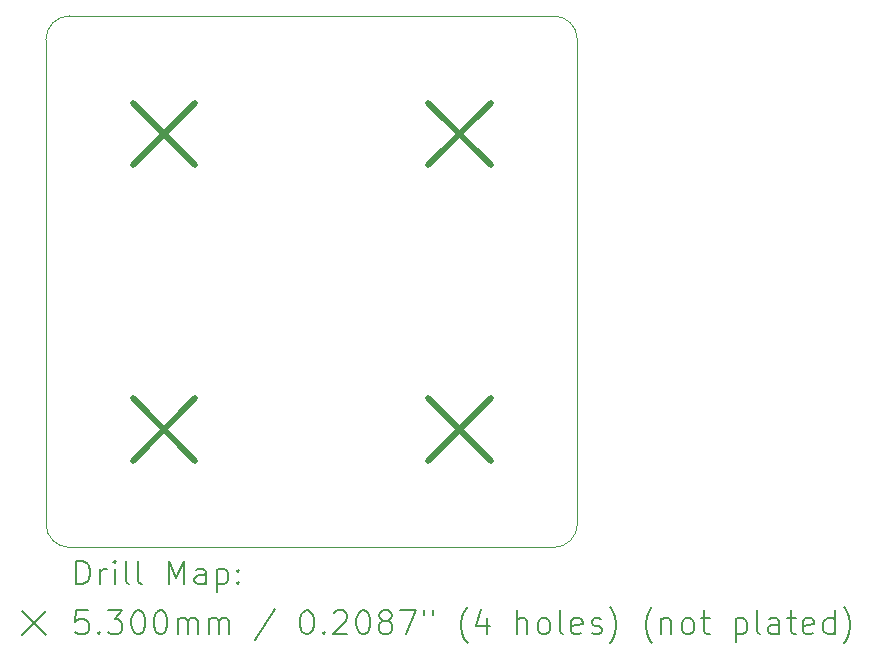
<source format=gbr>
%TF.GenerationSoftware,KiCad,Pcbnew,8.0.3*%
%TF.CreationDate,2024-07-13T17:21:48+01:00*%
%TF.ProjectId,RS485Board,52533438-3542-46f6-9172-642e6b696361,rev?*%
%TF.SameCoordinates,Original*%
%TF.FileFunction,Drillmap*%
%TF.FilePolarity,Positive*%
%FSLAX45Y45*%
G04 Gerber Fmt 4.5, Leading zero omitted, Abs format (unit mm)*
G04 Created by KiCad (PCBNEW 8.0.3) date 2024-07-13 17:21:48*
%MOMM*%
%LPD*%
G01*
G04 APERTURE LIST*
%ADD10C,0.050000*%
%ADD11C,0.200000*%
%ADD12C,0.530000*%
G04 APERTURE END LIST*
D10*
X9200000Y-13500000D02*
G75*
G02*
X9000000Y-13300000I0J200000D01*
G01*
X13300000Y-13500000D02*
X9200000Y-13500000D01*
X13500000Y-9200000D02*
X13500000Y-13300000D01*
X9000000Y-13300000D02*
X9000000Y-9200000D01*
X13300000Y-9000000D02*
G75*
G02*
X13500000Y-9200000I0J-200000D01*
G01*
X9200000Y-9000000D02*
X13300000Y-9000000D01*
X9000000Y-9200000D02*
G75*
G02*
X9200000Y-9000000I200000J0D01*
G01*
X13500000Y-13300000D02*
G75*
G02*
X13300000Y-13500000I-200000J0D01*
G01*
D11*
D12*
X9735000Y-9735000D02*
X10265000Y-10265000D01*
X10265000Y-9735000D02*
X9735000Y-10265000D01*
X9735000Y-12235000D02*
X10265000Y-12765000D01*
X10265000Y-12235000D02*
X9735000Y-12765000D01*
X12235000Y-9735000D02*
X12765000Y-10265000D01*
X12765000Y-9735000D02*
X12235000Y-10265000D01*
X12235000Y-12235000D02*
X12765000Y-12765000D01*
X12765000Y-12235000D02*
X12235000Y-12765000D01*
D11*
X9258277Y-13813984D02*
X9258277Y-13613984D01*
X9258277Y-13613984D02*
X9305896Y-13613984D01*
X9305896Y-13613984D02*
X9334467Y-13623508D01*
X9334467Y-13623508D02*
X9353515Y-13642555D01*
X9353515Y-13642555D02*
X9363039Y-13661603D01*
X9363039Y-13661603D02*
X9372563Y-13699698D01*
X9372563Y-13699698D02*
X9372563Y-13728269D01*
X9372563Y-13728269D02*
X9363039Y-13766365D01*
X9363039Y-13766365D02*
X9353515Y-13785412D01*
X9353515Y-13785412D02*
X9334467Y-13804460D01*
X9334467Y-13804460D02*
X9305896Y-13813984D01*
X9305896Y-13813984D02*
X9258277Y-13813984D01*
X9458277Y-13813984D02*
X9458277Y-13680650D01*
X9458277Y-13718746D02*
X9467801Y-13699698D01*
X9467801Y-13699698D02*
X9477324Y-13690174D01*
X9477324Y-13690174D02*
X9496372Y-13680650D01*
X9496372Y-13680650D02*
X9515420Y-13680650D01*
X9582086Y-13813984D02*
X9582086Y-13680650D01*
X9582086Y-13613984D02*
X9572563Y-13623508D01*
X9572563Y-13623508D02*
X9582086Y-13633031D01*
X9582086Y-13633031D02*
X9591610Y-13623508D01*
X9591610Y-13623508D02*
X9582086Y-13613984D01*
X9582086Y-13613984D02*
X9582086Y-13633031D01*
X9705896Y-13813984D02*
X9686848Y-13804460D01*
X9686848Y-13804460D02*
X9677324Y-13785412D01*
X9677324Y-13785412D02*
X9677324Y-13613984D01*
X9810658Y-13813984D02*
X9791610Y-13804460D01*
X9791610Y-13804460D02*
X9782086Y-13785412D01*
X9782086Y-13785412D02*
X9782086Y-13613984D01*
X10039229Y-13813984D02*
X10039229Y-13613984D01*
X10039229Y-13613984D02*
X10105896Y-13756841D01*
X10105896Y-13756841D02*
X10172563Y-13613984D01*
X10172563Y-13613984D02*
X10172563Y-13813984D01*
X10353515Y-13813984D02*
X10353515Y-13709222D01*
X10353515Y-13709222D02*
X10343991Y-13690174D01*
X10343991Y-13690174D02*
X10324944Y-13680650D01*
X10324944Y-13680650D02*
X10286848Y-13680650D01*
X10286848Y-13680650D02*
X10267801Y-13690174D01*
X10353515Y-13804460D02*
X10334467Y-13813984D01*
X10334467Y-13813984D02*
X10286848Y-13813984D01*
X10286848Y-13813984D02*
X10267801Y-13804460D01*
X10267801Y-13804460D02*
X10258277Y-13785412D01*
X10258277Y-13785412D02*
X10258277Y-13766365D01*
X10258277Y-13766365D02*
X10267801Y-13747317D01*
X10267801Y-13747317D02*
X10286848Y-13737793D01*
X10286848Y-13737793D02*
X10334467Y-13737793D01*
X10334467Y-13737793D02*
X10353515Y-13728269D01*
X10448753Y-13680650D02*
X10448753Y-13880650D01*
X10448753Y-13690174D02*
X10467801Y-13680650D01*
X10467801Y-13680650D02*
X10505896Y-13680650D01*
X10505896Y-13680650D02*
X10524944Y-13690174D01*
X10524944Y-13690174D02*
X10534467Y-13699698D01*
X10534467Y-13699698D02*
X10543991Y-13718746D01*
X10543991Y-13718746D02*
X10543991Y-13775888D01*
X10543991Y-13775888D02*
X10534467Y-13794936D01*
X10534467Y-13794936D02*
X10524944Y-13804460D01*
X10524944Y-13804460D02*
X10505896Y-13813984D01*
X10505896Y-13813984D02*
X10467801Y-13813984D01*
X10467801Y-13813984D02*
X10448753Y-13804460D01*
X10629705Y-13794936D02*
X10639229Y-13804460D01*
X10639229Y-13804460D02*
X10629705Y-13813984D01*
X10629705Y-13813984D02*
X10620182Y-13804460D01*
X10620182Y-13804460D02*
X10629705Y-13794936D01*
X10629705Y-13794936D02*
X10629705Y-13813984D01*
X10629705Y-13690174D02*
X10639229Y-13699698D01*
X10639229Y-13699698D02*
X10629705Y-13709222D01*
X10629705Y-13709222D02*
X10620182Y-13699698D01*
X10620182Y-13699698D02*
X10629705Y-13690174D01*
X10629705Y-13690174D02*
X10629705Y-13709222D01*
X8797500Y-14042500D02*
X8997500Y-14242500D01*
X8997500Y-14042500D02*
X8797500Y-14242500D01*
X9353515Y-14033984D02*
X9258277Y-14033984D01*
X9258277Y-14033984D02*
X9248753Y-14129222D01*
X9248753Y-14129222D02*
X9258277Y-14119698D01*
X9258277Y-14119698D02*
X9277324Y-14110174D01*
X9277324Y-14110174D02*
X9324944Y-14110174D01*
X9324944Y-14110174D02*
X9343991Y-14119698D01*
X9343991Y-14119698D02*
X9353515Y-14129222D01*
X9353515Y-14129222D02*
X9363039Y-14148269D01*
X9363039Y-14148269D02*
X9363039Y-14195888D01*
X9363039Y-14195888D02*
X9353515Y-14214936D01*
X9353515Y-14214936D02*
X9343991Y-14224460D01*
X9343991Y-14224460D02*
X9324944Y-14233984D01*
X9324944Y-14233984D02*
X9277324Y-14233984D01*
X9277324Y-14233984D02*
X9258277Y-14224460D01*
X9258277Y-14224460D02*
X9248753Y-14214936D01*
X9448753Y-14214936D02*
X9458277Y-14224460D01*
X9458277Y-14224460D02*
X9448753Y-14233984D01*
X9448753Y-14233984D02*
X9439229Y-14224460D01*
X9439229Y-14224460D02*
X9448753Y-14214936D01*
X9448753Y-14214936D02*
X9448753Y-14233984D01*
X9524944Y-14033984D02*
X9648753Y-14033984D01*
X9648753Y-14033984D02*
X9582086Y-14110174D01*
X9582086Y-14110174D02*
X9610658Y-14110174D01*
X9610658Y-14110174D02*
X9629705Y-14119698D01*
X9629705Y-14119698D02*
X9639229Y-14129222D01*
X9639229Y-14129222D02*
X9648753Y-14148269D01*
X9648753Y-14148269D02*
X9648753Y-14195888D01*
X9648753Y-14195888D02*
X9639229Y-14214936D01*
X9639229Y-14214936D02*
X9629705Y-14224460D01*
X9629705Y-14224460D02*
X9610658Y-14233984D01*
X9610658Y-14233984D02*
X9553515Y-14233984D01*
X9553515Y-14233984D02*
X9534467Y-14224460D01*
X9534467Y-14224460D02*
X9524944Y-14214936D01*
X9772563Y-14033984D02*
X9791610Y-14033984D01*
X9791610Y-14033984D02*
X9810658Y-14043508D01*
X9810658Y-14043508D02*
X9820182Y-14053031D01*
X9820182Y-14053031D02*
X9829705Y-14072079D01*
X9829705Y-14072079D02*
X9839229Y-14110174D01*
X9839229Y-14110174D02*
X9839229Y-14157793D01*
X9839229Y-14157793D02*
X9829705Y-14195888D01*
X9829705Y-14195888D02*
X9820182Y-14214936D01*
X9820182Y-14214936D02*
X9810658Y-14224460D01*
X9810658Y-14224460D02*
X9791610Y-14233984D01*
X9791610Y-14233984D02*
X9772563Y-14233984D01*
X9772563Y-14233984D02*
X9753515Y-14224460D01*
X9753515Y-14224460D02*
X9743991Y-14214936D01*
X9743991Y-14214936D02*
X9734467Y-14195888D01*
X9734467Y-14195888D02*
X9724944Y-14157793D01*
X9724944Y-14157793D02*
X9724944Y-14110174D01*
X9724944Y-14110174D02*
X9734467Y-14072079D01*
X9734467Y-14072079D02*
X9743991Y-14053031D01*
X9743991Y-14053031D02*
X9753515Y-14043508D01*
X9753515Y-14043508D02*
X9772563Y-14033984D01*
X9963039Y-14033984D02*
X9982086Y-14033984D01*
X9982086Y-14033984D02*
X10001134Y-14043508D01*
X10001134Y-14043508D02*
X10010658Y-14053031D01*
X10010658Y-14053031D02*
X10020182Y-14072079D01*
X10020182Y-14072079D02*
X10029705Y-14110174D01*
X10029705Y-14110174D02*
X10029705Y-14157793D01*
X10029705Y-14157793D02*
X10020182Y-14195888D01*
X10020182Y-14195888D02*
X10010658Y-14214936D01*
X10010658Y-14214936D02*
X10001134Y-14224460D01*
X10001134Y-14224460D02*
X9982086Y-14233984D01*
X9982086Y-14233984D02*
X9963039Y-14233984D01*
X9963039Y-14233984D02*
X9943991Y-14224460D01*
X9943991Y-14224460D02*
X9934467Y-14214936D01*
X9934467Y-14214936D02*
X9924944Y-14195888D01*
X9924944Y-14195888D02*
X9915420Y-14157793D01*
X9915420Y-14157793D02*
X9915420Y-14110174D01*
X9915420Y-14110174D02*
X9924944Y-14072079D01*
X9924944Y-14072079D02*
X9934467Y-14053031D01*
X9934467Y-14053031D02*
X9943991Y-14043508D01*
X9943991Y-14043508D02*
X9963039Y-14033984D01*
X10115420Y-14233984D02*
X10115420Y-14100650D01*
X10115420Y-14119698D02*
X10124944Y-14110174D01*
X10124944Y-14110174D02*
X10143991Y-14100650D01*
X10143991Y-14100650D02*
X10172563Y-14100650D01*
X10172563Y-14100650D02*
X10191610Y-14110174D01*
X10191610Y-14110174D02*
X10201134Y-14129222D01*
X10201134Y-14129222D02*
X10201134Y-14233984D01*
X10201134Y-14129222D02*
X10210658Y-14110174D01*
X10210658Y-14110174D02*
X10229705Y-14100650D01*
X10229705Y-14100650D02*
X10258277Y-14100650D01*
X10258277Y-14100650D02*
X10277325Y-14110174D01*
X10277325Y-14110174D02*
X10286848Y-14129222D01*
X10286848Y-14129222D02*
X10286848Y-14233984D01*
X10382086Y-14233984D02*
X10382086Y-14100650D01*
X10382086Y-14119698D02*
X10391610Y-14110174D01*
X10391610Y-14110174D02*
X10410658Y-14100650D01*
X10410658Y-14100650D02*
X10439229Y-14100650D01*
X10439229Y-14100650D02*
X10458277Y-14110174D01*
X10458277Y-14110174D02*
X10467801Y-14129222D01*
X10467801Y-14129222D02*
X10467801Y-14233984D01*
X10467801Y-14129222D02*
X10477325Y-14110174D01*
X10477325Y-14110174D02*
X10496372Y-14100650D01*
X10496372Y-14100650D02*
X10524944Y-14100650D01*
X10524944Y-14100650D02*
X10543991Y-14110174D01*
X10543991Y-14110174D02*
X10553515Y-14129222D01*
X10553515Y-14129222D02*
X10553515Y-14233984D01*
X10943991Y-14024460D02*
X10772563Y-14281603D01*
X11201134Y-14033984D02*
X11220182Y-14033984D01*
X11220182Y-14033984D02*
X11239229Y-14043508D01*
X11239229Y-14043508D02*
X11248753Y-14053031D01*
X11248753Y-14053031D02*
X11258277Y-14072079D01*
X11258277Y-14072079D02*
X11267801Y-14110174D01*
X11267801Y-14110174D02*
X11267801Y-14157793D01*
X11267801Y-14157793D02*
X11258277Y-14195888D01*
X11258277Y-14195888D02*
X11248753Y-14214936D01*
X11248753Y-14214936D02*
X11239229Y-14224460D01*
X11239229Y-14224460D02*
X11220182Y-14233984D01*
X11220182Y-14233984D02*
X11201134Y-14233984D01*
X11201134Y-14233984D02*
X11182087Y-14224460D01*
X11182087Y-14224460D02*
X11172563Y-14214936D01*
X11172563Y-14214936D02*
X11163039Y-14195888D01*
X11163039Y-14195888D02*
X11153515Y-14157793D01*
X11153515Y-14157793D02*
X11153515Y-14110174D01*
X11153515Y-14110174D02*
X11163039Y-14072079D01*
X11163039Y-14072079D02*
X11172563Y-14053031D01*
X11172563Y-14053031D02*
X11182087Y-14043508D01*
X11182087Y-14043508D02*
X11201134Y-14033984D01*
X11353515Y-14214936D02*
X11363039Y-14224460D01*
X11363039Y-14224460D02*
X11353515Y-14233984D01*
X11353515Y-14233984D02*
X11343991Y-14224460D01*
X11343991Y-14224460D02*
X11353515Y-14214936D01*
X11353515Y-14214936D02*
X11353515Y-14233984D01*
X11439229Y-14053031D02*
X11448753Y-14043508D01*
X11448753Y-14043508D02*
X11467801Y-14033984D01*
X11467801Y-14033984D02*
X11515420Y-14033984D01*
X11515420Y-14033984D02*
X11534467Y-14043508D01*
X11534467Y-14043508D02*
X11543991Y-14053031D01*
X11543991Y-14053031D02*
X11553515Y-14072079D01*
X11553515Y-14072079D02*
X11553515Y-14091127D01*
X11553515Y-14091127D02*
X11543991Y-14119698D01*
X11543991Y-14119698D02*
X11429706Y-14233984D01*
X11429706Y-14233984D02*
X11553515Y-14233984D01*
X11677325Y-14033984D02*
X11696372Y-14033984D01*
X11696372Y-14033984D02*
X11715420Y-14043508D01*
X11715420Y-14043508D02*
X11724944Y-14053031D01*
X11724944Y-14053031D02*
X11734467Y-14072079D01*
X11734467Y-14072079D02*
X11743991Y-14110174D01*
X11743991Y-14110174D02*
X11743991Y-14157793D01*
X11743991Y-14157793D02*
X11734467Y-14195888D01*
X11734467Y-14195888D02*
X11724944Y-14214936D01*
X11724944Y-14214936D02*
X11715420Y-14224460D01*
X11715420Y-14224460D02*
X11696372Y-14233984D01*
X11696372Y-14233984D02*
X11677325Y-14233984D01*
X11677325Y-14233984D02*
X11658277Y-14224460D01*
X11658277Y-14224460D02*
X11648753Y-14214936D01*
X11648753Y-14214936D02*
X11639229Y-14195888D01*
X11639229Y-14195888D02*
X11629706Y-14157793D01*
X11629706Y-14157793D02*
X11629706Y-14110174D01*
X11629706Y-14110174D02*
X11639229Y-14072079D01*
X11639229Y-14072079D02*
X11648753Y-14053031D01*
X11648753Y-14053031D02*
X11658277Y-14043508D01*
X11658277Y-14043508D02*
X11677325Y-14033984D01*
X11858277Y-14119698D02*
X11839229Y-14110174D01*
X11839229Y-14110174D02*
X11829706Y-14100650D01*
X11829706Y-14100650D02*
X11820182Y-14081603D01*
X11820182Y-14081603D02*
X11820182Y-14072079D01*
X11820182Y-14072079D02*
X11829706Y-14053031D01*
X11829706Y-14053031D02*
X11839229Y-14043508D01*
X11839229Y-14043508D02*
X11858277Y-14033984D01*
X11858277Y-14033984D02*
X11896372Y-14033984D01*
X11896372Y-14033984D02*
X11915420Y-14043508D01*
X11915420Y-14043508D02*
X11924944Y-14053031D01*
X11924944Y-14053031D02*
X11934467Y-14072079D01*
X11934467Y-14072079D02*
X11934467Y-14081603D01*
X11934467Y-14081603D02*
X11924944Y-14100650D01*
X11924944Y-14100650D02*
X11915420Y-14110174D01*
X11915420Y-14110174D02*
X11896372Y-14119698D01*
X11896372Y-14119698D02*
X11858277Y-14119698D01*
X11858277Y-14119698D02*
X11839229Y-14129222D01*
X11839229Y-14129222D02*
X11829706Y-14138746D01*
X11829706Y-14138746D02*
X11820182Y-14157793D01*
X11820182Y-14157793D02*
X11820182Y-14195888D01*
X11820182Y-14195888D02*
X11829706Y-14214936D01*
X11829706Y-14214936D02*
X11839229Y-14224460D01*
X11839229Y-14224460D02*
X11858277Y-14233984D01*
X11858277Y-14233984D02*
X11896372Y-14233984D01*
X11896372Y-14233984D02*
X11915420Y-14224460D01*
X11915420Y-14224460D02*
X11924944Y-14214936D01*
X11924944Y-14214936D02*
X11934467Y-14195888D01*
X11934467Y-14195888D02*
X11934467Y-14157793D01*
X11934467Y-14157793D02*
X11924944Y-14138746D01*
X11924944Y-14138746D02*
X11915420Y-14129222D01*
X11915420Y-14129222D02*
X11896372Y-14119698D01*
X12001134Y-14033984D02*
X12134467Y-14033984D01*
X12134467Y-14033984D02*
X12048753Y-14233984D01*
X12201134Y-14033984D02*
X12201134Y-14072079D01*
X12277325Y-14033984D02*
X12277325Y-14072079D01*
X12572563Y-14310174D02*
X12563039Y-14300650D01*
X12563039Y-14300650D02*
X12543991Y-14272079D01*
X12543991Y-14272079D02*
X12534468Y-14253031D01*
X12534468Y-14253031D02*
X12524944Y-14224460D01*
X12524944Y-14224460D02*
X12515420Y-14176841D01*
X12515420Y-14176841D02*
X12515420Y-14138746D01*
X12515420Y-14138746D02*
X12524944Y-14091127D01*
X12524944Y-14091127D02*
X12534468Y-14062555D01*
X12534468Y-14062555D02*
X12543991Y-14043508D01*
X12543991Y-14043508D02*
X12563039Y-14014936D01*
X12563039Y-14014936D02*
X12572563Y-14005412D01*
X12734468Y-14100650D02*
X12734468Y-14233984D01*
X12686848Y-14024460D02*
X12639229Y-14167317D01*
X12639229Y-14167317D02*
X12763039Y-14167317D01*
X12991610Y-14233984D02*
X12991610Y-14033984D01*
X13077325Y-14233984D02*
X13077325Y-14129222D01*
X13077325Y-14129222D02*
X13067801Y-14110174D01*
X13067801Y-14110174D02*
X13048753Y-14100650D01*
X13048753Y-14100650D02*
X13020182Y-14100650D01*
X13020182Y-14100650D02*
X13001134Y-14110174D01*
X13001134Y-14110174D02*
X12991610Y-14119698D01*
X13201134Y-14233984D02*
X13182087Y-14224460D01*
X13182087Y-14224460D02*
X13172563Y-14214936D01*
X13172563Y-14214936D02*
X13163039Y-14195888D01*
X13163039Y-14195888D02*
X13163039Y-14138746D01*
X13163039Y-14138746D02*
X13172563Y-14119698D01*
X13172563Y-14119698D02*
X13182087Y-14110174D01*
X13182087Y-14110174D02*
X13201134Y-14100650D01*
X13201134Y-14100650D02*
X13229706Y-14100650D01*
X13229706Y-14100650D02*
X13248753Y-14110174D01*
X13248753Y-14110174D02*
X13258277Y-14119698D01*
X13258277Y-14119698D02*
X13267801Y-14138746D01*
X13267801Y-14138746D02*
X13267801Y-14195888D01*
X13267801Y-14195888D02*
X13258277Y-14214936D01*
X13258277Y-14214936D02*
X13248753Y-14224460D01*
X13248753Y-14224460D02*
X13229706Y-14233984D01*
X13229706Y-14233984D02*
X13201134Y-14233984D01*
X13382087Y-14233984D02*
X13363039Y-14224460D01*
X13363039Y-14224460D02*
X13353515Y-14205412D01*
X13353515Y-14205412D02*
X13353515Y-14033984D01*
X13534468Y-14224460D02*
X13515420Y-14233984D01*
X13515420Y-14233984D02*
X13477325Y-14233984D01*
X13477325Y-14233984D02*
X13458277Y-14224460D01*
X13458277Y-14224460D02*
X13448753Y-14205412D01*
X13448753Y-14205412D02*
X13448753Y-14129222D01*
X13448753Y-14129222D02*
X13458277Y-14110174D01*
X13458277Y-14110174D02*
X13477325Y-14100650D01*
X13477325Y-14100650D02*
X13515420Y-14100650D01*
X13515420Y-14100650D02*
X13534468Y-14110174D01*
X13534468Y-14110174D02*
X13543991Y-14129222D01*
X13543991Y-14129222D02*
X13543991Y-14148269D01*
X13543991Y-14148269D02*
X13448753Y-14167317D01*
X13620182Y-14224460D02*
X13639230Y-14233984D01*
X13639230Y-14233984D02*
X13677325Y-14233984D01*
X13677325Y-14233984D02*
X13696372Y-14224460D01*
X13696372Y-14224460D02*
X13705896Y-14205412D01*
X13705896Y-14205412D02*
X13705896Y-14195888D01*
X13705896Y-14195888D02*
X13696372Y-14176841D01*
X13696372Y-14176841D02*
X13677325Y-14167317D01*
X13677325Y-14167317D02*
X13648753Y-14167317D01*
X13648753Y-14167317D02*
X13629706Y-14157793D01*
X13629706Y-14157793D02*
X13620182Y-14138746D01*
X13620182Y-14138746D02*
X13620182Y-14129222D01*
X13620182Y-14129222D02*
X13629706Y-14110174D01*
X13629706Y-14110174D02*
X13648753Y-14100650D01*
X13648753Y-14100650D02*
X13677325Y-14100650D01*
X13677325Y-14100650D02*
X13696372Y-14110174D01*
X13772563Y-14310174D02*
X13782087Y-14300650D01*
X13782087Y-14300650D02*
X13801134Y-14272079D01*
X13801134Y-14272079D02*
X13810658Y-14253031D01*
X13810658Y-14253031D02*
X13820182Y-14224460D01*
X13820182Y-14224460D02*
X13829706Y-14176841D01*
X13829706Y-14176841D02*
X13829706Y-14138746D01*
X13829706Y-14138746D02*
X13820182Y-14091127D01*
X13820182Y-14091127D02*
X13810658Y-14062555D01*
X13810658Y-14062555D02*
X13801134Y-14043508D01*
X13801134Y-14043508D02*
X13782087Y-14014936D01*
X13782087Y-14014936D02*
X13772563Y-14005412D01*
X14134468Y-14310174D02*
X14124944Y-14300650D01*
X14124944Y-14300650D02*
X14105896Y-14272079D01*
X14105896Y-14272079D02*
X14096372Y-14253031D01*
X14096372Y-14253031D02*
X14086849Y-14224460D01*
X14086849Y-14224460D02*
X14077325Y-14176841D01*
X14077325Y-14176841D02*
X14077325Y-14138746D01*
X14077325Y-14138746D02*
X14086849Y-14091127D01*
X14086849Y-14091127D02*
X14096372Y-14062555D01*
X14096372Y-14062555D02*
X14105896Y-14043508D01*
X14105896Y-14043508D02*
X14124944Y-14014936D01*
X14124944Y-14014936D02*
X14134468Y-14005412D01*
X14210658Y-14100650D02*
X14210658Y-14233984D01*
X14210658Y-14119698D02*
X14220182Y-14110174D01*
X14220182Y-14110174D02*
X14239230Y-14100650D01*
X14239230Y-14100650D02*
X14267801Y-14100650D01*
X14267801Y-14100650D02*
X14286849Y-14110174D01*
X14286849Y-14110174D02*
X14296372Y-14129222D01*
X14296372Y-14129222D02*
X14296372Y-14233984D01*
X14420182Y-14233984D02*
X14401134Y-14224460D01*
X14401134Y-14224460D02*
X14391611Y-14214936D01*
X14391611Y-14214936D02*
X14382087Y-14195888D01*
X14382087Y-14195888D02*
X14382087Y-14138746D01*
X14382087Y-14138746D02*
X14391611Y-14119698D01*
X14391611Y-14119698D02*
X14401134Y-14110174D01*
X14401134Y-14110174D02*
X14420182Y-14100650D01*
X14420182Y-14100650D02*
X14448753Y-14100650D01*
X14448753Y-14100650D02*
X14467801Y-14110174D01*
X14467801Y-14110174D02*
X14477325Y-14119698D01*
X14477325Y-14119698D02*
X14486849Y-14138746D01*
X14486849Y-14138746D02*
X14486849Y-14195888D01*
X14486849Y-14195888D02*
X14477325Y-14214936D01*
X14477325Y-14214936D02*
X14467801Y-14224460D01*
X14467801Y-14224460D02*
X14448753Y-14233984D01*
X14448753Y-14233984D02*
X14420182Y-14233984D01*
X14543992Y-14100650D02*
X14620182Y-14100650D01*
X14572563Y-14033984D02*
X14572563Y-14205412D01*
X14572563Y-14205412D02*
X14582087Y-14224460D01*
X14582087Y-14224460D02*
X14601134Y-14233984D01*
X14601134Y-14233984D02*
X14620182Y-14233984D01*
X14839230Y-14100650D02*
X14839230Y-14300650D01*
X14839230Y-14110174D02*
X14858277Y-14100650D01*
X14858277Y-14100650D02*
X14896373Y-14100650D01*
X14896373Y-14100650D02*
X14915420Y-14110174D01*
X14915420Y-14110174D02*
X14924944Y-14119698D01*
X14924944Y-14119698D02*
X14934468Y-14138746D01*
X14934468Y-14138746D02*
X14934468Y-14195888D01*
X14934468Y-14195888D02*
X14924944Y-14214936D01*
X14924944Y-14214936D02*
X14915420Y-14224460D01*
X14915420Y-14224460D02*
X14896373Y-14233984D01*
X14896373Y-14233984D02*
X14858277Y-14233984D01*
X14858277Y-14233984D02*
X14839230Y-14224460D01*
X15048753Y-14233984D02*
X15029706Y-14224460D01*
X15029706Y-14224460D02*
X15020182Y-14205412D01*
X15020182Y-14205412D02*
X15020182Y-14033984D01*
X15210658Y-14233984D02*
X15210658Y-14129222D01*
X15210658Y-14129222D02*
X15201134Y-14110174D01*
X15201134Y-14110174D02*
X15182087Y-14100650D01*
X15182087Y-14100650D02*
X15143992Y-14100650D01*
X15143992Y-14100650D02*
X15124944Y-14110174D01*
X15210658Y-14224460D02*
X15191611Y-14233984D01*
X15191611Y-14233984D02*
X15143992Y-14233984D01*
X15143992Y-14233984D02*
X15124944Y-14224460D01*
X15124944Y-14224460D02*
X15115420Y-14205412D01*
X15115420Y-14205412D02*
X15115420Y-14186365D01*
X15115420Y-14186365D02*
X15124944Y-14167317D01*
X15124944Y-14167317D02*
X15143992Y-14157793D01*
X15143992Y-14157793D02*
X15191611Y-14157793D01*
X15191611Y-14157793D02*
X15210658Y-14148269D01*
X15277325Y-14100650D02*
X15353515Y-14100650D01*
X15305896Y-14033984D02*
X15305896Y-14205412D01*
X15305896Y-14205412D02*
X15315420Y-14224460D01*
X15315420Y-14224460D02*
X15334468Y-14233984D01*
X15334468Y-14233984D02*
X15353515Y-14233984D01*
X15496373Y-14224460D02*
X15477325Y-14233984D01*
X15477325Y-14233984D02*
X15439230Y-14233984D01*
X15439230Y-14233984D02*
X15420182Y-14224460D01*
X15420182Y-14224460D02*
X15410658Y-14205412D01*
X15410658Y-14205412D02*
X15410658Y-14129222D01*
X15410658Y-14129222D02*
X15420182Y-14110174D01*
X15420182Y-14110174D02*
X15439230Y-14100650D01*
X15439230Y-14100650D02*
X15477325Y-14100650D01*
X15477325Y-14100650D02*
X15496373Y-14110174D01*
X15496373Y-14110174D02*
X15505896Y-14129222D01*
X15505896Y-14129222D02*
X15505896Y-14148269D01*
X15505896Y-14148269D02*
X15410658Y-14167317D01*
X15677325Y-14233984D02*
X15677325Y-14033984D01*
X15677325Y-14224460D02*
X15658277Y-14233984D01*
X15658277Y-14233984D02*
X15620182Y-14233984D01*
X15620182Y-14233984D02*
X15601134Y-14224460D01*
X15601134Y-14224460D02*
X15591611Y-14214936D01*
X15591611Y-14214936D02*
X15582087Y-14195888D01*
X15582087Y-14195888D02*
X15582087Y-14138746D01*
X15582087Y-14138746D02*
X15591611Y-14119698D01*
X15591611Y-14119698D02*
X15601134Y-14110174D01*
X15601134Y-14110174D02*
X15620182Y-14100650D01*
X15620182Y-14100650D02*
X15658277Y-14100650D01*
X15658277Y-14100650D02*
X15677325Y-14110174D01*
X15753515Y-14310174D02*
X15763039Y-14300650D01*
X15763039Y-14300650D02*
X15782087Y-14272079D01*
X15782087Y-14272079D02*
X15791611Y-14253031D01*
X15791611Y-14253031D02*
X15801134Y-14224460D01*
X15801134Y-14224460D02*
X15810658Y-14176841D01*
X15810658Y-14176841D02*
X15810658Y-14138746D01*
X15810658Y-14138746D02*
X15801134Y-14091127D01*
X15801134Y-14091127D02*
X15791611Y-14062555D01*
X15791611Y-14062555D02*
X15782087Y-14043508D01*
X15782087Y-14043508D02*
X15763039Y-14014936D01*
X15763039Y-14014936D02*
X15753515Y-14005412D01*
M02*

</source>
